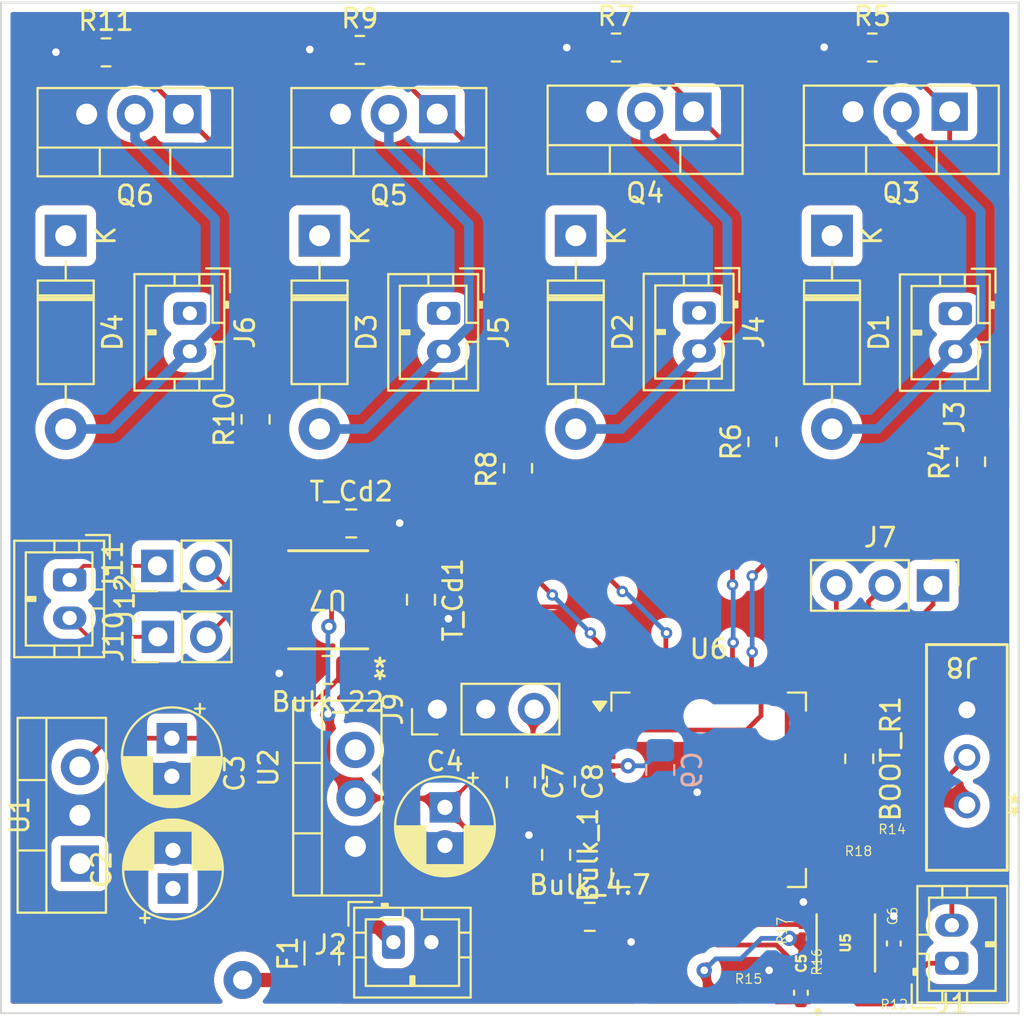
<source format=kicad_pcb>
(kicad_pcb (version 20241229) (generator "pcbnew") (generator_version "9.0")
  (layers (0 "F.Cu" signal) (4 "In1.Cu" signal) (6 "In2.Cu" signal) (2 "B.Cu" signal) (13 "F.Paste" user) (15 "B.Paste" user) (5 "F.SilkS" user "F.Silkscreen") (7 "B.SilkS" user "B.Silkscreen") (1 "F.Mask" user) (3 "B.Mask" user) (25 "Edge.Cuts" user))
  (net 0 "")
  (net 1 "GND")
  (net 2 "SLN1-")
  (net 3 "SLN2-")
  (net 4 "SLN3-")
  (net 5 "SLN4-")
  (net 6 "Net-(J8-Pin_2)")
  (net 7 "SDA")
  (net 8 "SCL")
  (net 9 "Net-(Q3-G)")
  (net 10 "Net-(Q4-G)")
  (net 11 "Net-(Q5-G)")
  (net 12 "Net-(Q6-G)")
  (net 13 "12V")
  (net 14 "S1CTRL")
  (net 15 "S2CTRL")
  (net 16 "S3CTRL")
  (net 17 "S4CTRL")
  (net 26 "SCL_ext")
  (net 27 "SDA_ext")
  (net 28 "Net-(U5-EN)")
  (net 29 "Net-(U5-READY)")
  (net 30 "/SWCLK")
  (net 31 "VBAT")
  (net 32 "+12V_fuse")
  (net 33 "/SWDIO")
  (net 34 "/NRST")
  (net 53 "FDCAN_TX")
  (net 62 "USART1+")
  (net 64 "FDCAN_RX")
  (net 77 "USART1-")
  (net 78 "5V")
  (net 79 "CAN+")
  (net 80 "CAN-")
  (net 81 "3.3V")
  (footprint "Resistor_SMD:R_0805_2012Metric_Pad1.20x1.40mm_HandSolder" (layer "F.Cu") (at 73.199887 66.355113 90)
    (property "Reference" "R8")
    (property "Value" "330")
  )
  (footprint "Fuse:Fuse_1206_3216Metric" (layer "F.Cu") (at 62.889887 91.845113 -90)
    (property "Reference" "F1")
    (property "Value" "10A")
  )
  (footprint "Capacitor_SMD:C_0201_0603Metric" (layer "F.Cu") (at 85.309887 94.245113)
    (property "Reference" "R15")
    (property "Value" "10k")
  )
  (footprint "Connector_PinHeader_2.54mm:PinHeader_1x02_P2.54mm_Vertical" (layer "F.Cu") (at 54.279887 75.215113 90)
    (property "Reference" "J10")
    (property "Value" "Conn_01x02")
  )
  (footprint "Resistor_SMD:R_0805_2012Metric_Pad1.20x1.40mm_HandSolder" (layer "F.Cu") (at 86.039887 64.965113 90)
    (property "Reference" "R6")
    (property "Value" "330")
  )
  (footprint "Package_QFP:LQFP-64_10x10mm_P0.5mm" (layer "F.Cu") (at 83.214887 83.255113)
    (property "Reference" "U6")
    (property "Value" "STM32G0B1RETx")
  )
  (footprint "Package_TO_SOT_THT:TO-220-3_Vertical" (layer "F.Cu") (at 55.616887 47.741113 180)
    (property "Reference" "Q6")
    (property "Value" "FQP30N06L")
  )
  (footprint "Connector_JST:JST_PH_B2B-PH-K_1x02_P2.00mm_Vertical" (layer "F.Cu") (at 96.171887 58.227113 -90)
    (property "Reference" "J3")
    (property "Value" "2X1")
  )
  (footprint "Connector_JST:JST_PH_B2B-PH-K_1x02_P2.00mm_Vertical" (layer "F.Cu") (at 69.289887 58.211113 -90)
    (property "Reference" "J5")
    (property "Value" "2X1")
  )
  (footprint "Capacitor_SMD:C_0201_0603Metric" (layer "F.Cu") (at 92.999887 93.785113 180)
    (property "Reference" "R12")
    (property "Value" "10k")
  )
  (footprint "custom_components:slide_switch_EGER1218_Thruster" (layer "F.Cu") (at 96.779887 84.055113 180)
    (property "Reference" "J8")
    (property "Value" "Conn_01x03")
  )
  (footprint "Connector_JST:JST_PH_B2B-PH-K_1x02_P2.00mm_Vertical" (layer "F.Cu") (at 55.954887 58.211113 -90)
    (property "Reference" "J6")
    (property "Value" "2X1")
  )
  (footprint "Capacitor_SMD:C_0805_2012Metric_Pad1.18x1.45mm_HandSolder" (layer "F.Cu") (at 68.099887 73.265113 -90)
    (property "Reference" "T_Cd1")
    (property "Value" "100nF")
  )
  (footprint "Connector_JST:JST_PH_B2B-PH-K_1x02_P2.00mm_Vertical" (layer "F.Cu") (at 49.639887 72.225113 -90)
    (property "Reference" "J12")
    (property "Value" "2X1")
  )
  (footprint "custom_components:SOIC8_4P9X3P9MC_MCH" (layer "F.Cu") (at 63.223687 73.270113 180)
    (property "Reference" "U7")
    (property "Value" "ATA6561-GAQW-N")
  )
  (footprint "Capacitor_SMD:C_0805_2012Metric_Pad1.18x1.45mm_HandSolder" (layer "F.Cu") (at 63.191187 76.955113 180)
    (property "Reference" "Bulk_22")
    (property "Value" "22uF")
  )
  (footprint "Package_TO_SOT_THT:TO-220-3_Vertical" (layer "F.Cu") (at 50.179887 87.135113 90)
    (property "Reference" "U1")
    (property "Value" "L7805")
  )
  (footprint "Capacitor_THT:CP_Radial_D5.0mm_P2.00mm" (layer "F.Cu") (at 55.069887 88.445113 90)
    (property "Reference" "C2")
    (property "Value" "10u")
  )
  (footprint "Capacitor_SMD:C_0201_0603Metric" (layer "F.Cu") (at 88.119887 90.660113 90)
    (property "Reference" "R17")
    (property "Value" "10k")
  )
  (footprint "Resistor_SMD:R_0805_2012Metric_Pad1.20x1.40mm_HandSolder" (layer "F.Cu") (at 97 66.015113 90)
    (property "Reference" "R4")
    (property "Value" "330")
  )
  (footprint "Capacitor_SMD:C_0805_2012Metric_Pad1.18x1.45mm_HandSolder" (layer "F.Cu") (at 75.199887 86.675113 -90)
    (property "Reference" "Bulk_1")
    (property "Value" "1uF")
  )
  (footprint "Resistor_SMD:R_0805_2012Metric_Pad1.20x1.40mm_HandSolder" (layer "F.Cu") (at 51.552887 44.495113)
    (property "Reference" "R11")
    (property "Value" "10k")
  )
  (footprint "Diode_THT:D_DO-41_SOD81_P10.16mm_Horizontal" (layer "F.Cu") (at 62.770887 54.131113 -90)
    (property "Reference" "D3")
    (property "Value" "1N47xxA")
  )
  (footprint "Resistor_SMD:R_0805_2012Metric_Pad1.20x1.40mm_HandSolder" (layer "F.Cu") (at 91.124887 81.625113 -90)
    (property "Reference" "BOOT_R1")
    (property "Value" "10k")
  )
  (footprint "Capacitor_SMD:C_0201_0603Metric" (layer "F.Cu") (at 92.849887 86.385113)
    (property "Reference" "R14")
    (property "Value" "10k")
  )
  (footprint "Capacitor_THT:CP_Radial_D5.0mm_P2.00mm" (layer "F.Cu") (at 69.359887 84.180001 -90)
    (property "Reference" "C4")
    (property "Value" "10u")
  )
  (footprint "Resistor_SMD:R_0805_2012Metric_Pad1.20x1.40mm_HandSolder" (layer "F.Cu") (at 78.349887 44.241113)
    (property "Reference" "R7")
    (property "Value" "10k")
  )
  (footprint "Resistor_SMD:R_0805_2012Metric_Pad1.20x1.40mm_HandSolder" (layer "F.Cu") (at 64.887887 44.368113)
    (property "Reference" "R9")
    (property "Value" "10k")
  )
  (footprint "Package_TO_SOT_THT:TO-220-3_Vertical" (layer "F.Cu") (at 82.413887 47.614113 180)
    (property "Reference" "Q4")
    (property "Value" "FQP30N06L")
  )
  (footprint "Package_TO_SOT_THT:TO-220-3_Vertical" (layer "F.Cu") (at 95.875887 47.614113 180)
    (property "Reference" "Q3")
    (property "Value" "FQP30N06L")
  )
  (footprint "Resistor_SMD:R_0805_2012Metric_Pad1.20x1.40mm_HandSolder" (layer "F.Cu") (at 91.811887 44.241113)
    (property "Reference" "R5")
    (property "Value" "10k")
  )
  (footprint "Capacitor_SMD:C_0805_2012Metric_Pad1.18x1.45mm_HandSolder" (layer "F.Cu") (at 64.437387 69.255113)
    (property "Reference" "T_Cd2")
    (property "Value" "100nF")
  )
  (footprint "Capacitor_THT:CP_Radial_D5.0mm_P2.00mm" (layer "F.Cu") (at 55.009887 80.545113 -90)
    (property "Reference" "C3")
    (property "Value" "10u")
  )
  (footprint "Capacitor_SMD:C_0805_2012Metric_Pad1.18x1.45mm_HandSolder" (layer "F.Cu") (at 73.35 82.865113 -90)
    (property "Reference" "C7")
    (property "Value" "100nF")
  )
  (footprint "Connector_JST:JST_PH_B2B-PH-K_1x02_P2.00mm_Vertical" (layer "F.Cu") (at 66.649887 91.265113)
    (property "Reference" "J2")
    (property "Value" "2X1")
  )
  (footprint "Diode_THT:D_DO-41_SOD81_P10.16mm_Horizontal" (layer "F.Cu") (at 49.435887 54.131113 -90)
    (property "Reference" "D4")
    (property "Value" "1N47xxA")
  )
  (footprint "TCA4307:SOP65P490X110-8N" (layer "F.Cu") (at 90.419887 91.305113 90)
    (property "Reference" "U5")
    (property "Value" "TCA4307")
  )
  (footprint "Capacitor_SMD:C_0805_2012Metric_Pad1.18x1.45mm_HandSolder" (layer "F.Cu") (at 75.45 82.827613 -90)
    (property "Reference" "C8")
    (property "Value" "100nF")
  )
  (footprint "Capacitor_SMD:C_0805_2012Metric_Pad1.18x1.45mm_HandSolder" (layer "F.Cu") (at 76.969887 89.935113)
    (property "Reference" "Bulk_4.7")
    (property "Value" "4.7uF")
  )
  (footprint "Capacitor_SMD:C_0402_1005Metric" (layer "F.Cu") (at 92.939887 91.335113 -90)
    (property "Reference" "C6")
    (property "Value" "0.1u")
  )
  (footprint "Connector_JST:JST_PH_B2B-PH-K_1x02_P2.00mm_Vertical" (layer "F.Cu") (at 95.989887 92.375113 90)
    (property "Reference" "J1")
    (property "Value" "2X1")
  )
  (footprint "Connector_JST:JST_PH_B2B-PH-K_1x02_P2.00mm_Vertical" (layer "F.Cu") (at 82.709887 58.195113 -90)
    (property "Reference" "J4")
    (property "Value" "2X1")
  )
  (footprint "Capacitor_SMD:C_0201_0603Metric" (layer "F.Cu") (at 91.084887 87.535113)
    (property "Reference" "R18")
    (property "Value" "10k")
  )
  (footprint "Capacitor_SMD:C_0402_1005Metric" (layer "F.Cu") (at 88.059887 93.925113 -90)
    (property "Reference" "C5")
    (property "Value" "0.1u")
  )
  (footprint "Capacitor_SMD:C_0201_0603Metric" (layer "F.Cu") (at 88.109887 92.240113 90)
    (property "Reference" "R16")
    (property "Value" "10k")
  )
  (footprint "Diode_THT:D_DO-41_SOD81_P10.16mm_Horizontal" (layer "F.Cu") (at 76.232887 54.131113 -90)
    (property "Reference" "D2")
    (property "Value" "1N47xxA")
  )
  (footprint "Connector_PinHeader_2.54mm:PinHeader_1x03_P2.54mm_Vertical" (layer "F.Cu") (at 95 72.515113 -90)
    (property "Reference" "J7")
    (property "Value" "Conn_01x03_Pin")
  )
  (footprint "Diode_THT:D_DO-41_SOD81_P10.16mm_Horizontal" (layer "F.Cu") (at 89.694887 54.131113 -90)
    (property "Reference" "D1")
    (property "Value" "1N47xxA")
  )
  (footprint "Package_TO_SOT_THT:TO-220-3_Vertical" (layer "F.Cu") (at 64.654887 86.235113 90)
    (property "Reference" "U2")
    (property "Value" "LD1117V33")
  )
  (footprint "Connector_PinHeader_2.54mm:PinHeader_1x03_P2.54mm_Vertical" (layer "F.Cu") (at 68.96 79.015113 90)
    (property "Reference" "J9")
    (property "Value" "Conn_01x03_Pin")
  )
  (footprint "Connector_PinHeader_2.54mm:PinHeader_1x02_P2.54mm_Vertical" (layer "F.Cu") (at 54.249887 71.485113 90)
    (property "Reference" "J11")
    (property "Value" "Conn_01x02")
  )
  (footprint "Resistor_SMD:R_0805_2012Metric_Pad1.20x1.40mm_HandSolder" (layer "F.Cu") (at 59.409887 63.785113 90)
    (property "Reference" "R10")
    (property "Value" "330")
  )
  (footprint "Package_TO_SOT_THT:TO-220-3_Vertical" (layer "F.Cu") (at 68.951887 47.741113 180)
    (property "Reference" "Q5")
    (property "Value" "FQP30N06L")
  )
  (footprint "Capacitor_SMD:C_0805_2012Metric_Pad1.18x1.45mm_HandSolder" (layer "B.Cu") (at 80.669887 82.215113 90)
    (property "Reference" "C9")
    (property "Value" "100nF")
  )
  (gr_rect (start 46.033 41.875) (end 99.5 95) (stroke (width 0.1)) (fill no) (layer "Edge.Cuts"))
  (segment (start 63.887887 44.368113) (end 63.871887 44.384113) (width 0.25) (layer "F.Cu") (net 1))
  (segment (start 50.552887 44.495113) (end 48.929887 44.495113) (width 0.25) (layer "F.Cu") (net 1))
  (segment (start 69.502387 74.302613) (end 69.539887 74.265113) (width 0.25) (layer "F.Cu") (net 1))
  (segment (start 73.769887 85.637613) (end 75.199887 85.637613) (width 0.25) (layer "F.Cu") (net 1))
  (segment (start 66.959887 69.255113) (end 66.979887 69.235113) (width 0.25) (layer "F.Cu") (net 1))
  (segment (start 77.349887 44.241113) (end 77.333887 44.257113) (width 0.25) (layer "F.Cu") (net 1))
  (segment (start 75.763887 44.241113) (end 75.759887 44.245113) (width 0.25) (layer "F.Cu") (net 1))
  (segment (start 63.887887 44.368113) (end 62.282887 44.368113) (width 0.25) (layer "F.Cu") (net 1))
  (segment (start 77.539887 83.505113) (end 75.81 83.505113) (width 0.2) (layer "F.Cu") (net 1))
  (segment (start 89.295887 44.241113) (end 89.279887 44.225113) (width 0.25) (layer "F.Cu") (net 1))
  (segment (start 50.536887 44.511113) (end 50.536887 47.741113) (width 0.25) (layer "F.Cu") (net 1))
  (segment (start 62.153687 76.955113) (end 60.829887 76.955113) (width 0.25) (layer "F.Cu") (net 1))
  (segment (start 60.759887 75.561313) (end 62.153687 76.955113) (width 0.25) (layer "F.Cu") (net 1))
  (segment (start 75.199887 83.502613) (end 75.399887 83.302613) (width 0.25) (layer "F.Cu") (net 1))
  (segment (start 90.811887 44.241113) (end 90.795887 44.257113) (width 0.25) (layer "F.Cu") (net 1))
  (segment (start 88.059887 93.445113) (end 87.359887 92.745113) (width 0.25) (layer "F.Cu") (net 1))
  (segment (start 67.702387 73.905113) (end 68.099887 74.302613) (width 0.25) (layer "F.Cu") (net 1))
  (segment (start 50.552887 44.495113) (end 50.536887 44.511113) (width 0.25) (layer "F.Cu") (net 1))
  (segment (start 63.871887 44.384113) (end 63.871887 47.741113) (width 0.25) (layer "F.Cu") (net 1))
  (segment (start 75.81 83.505113) (end 75.45 83.865113) (width 0.2) (layer "F.Cu") (net 1))
  (segment (start 78.007387 90.122613) (end 78.007387 89.935113) (width 0.25) (layer "F.Cu") (net 1))
  (segment (start 68.099887 74.302613) (end 69.502387 74.302613) (width 0.25) (layer "F.Cu") (net 1))
  (segment (start 75.399887 83.302613) (end 75.602387 83.505113) (width 0.25) (layer "F.Cu") (net 1))
  (segment (start 75.45 83.865113) (end 73.3875 83.865113) (width 0.2) (layer "F.Cu") (net 1))
  (segment (start 90.795887 44.257113) (end 90.795887 47.614113) (width 0.25) (layer "F.Cu") (net 1))
  (segment (start 75.364887 83.337613) (end 75.399887 83.302613) (width 0.25) (layer "F.Cu") (net 1))
  (segment (start 60.759887 75.175113) (end 60.759887 75.561313) (width 0.25) (layer "F.Cu") (net 1))
  (segment (start 90.811887 44.241113) (end 89.295887 44.241113) (width 0.25) (layer "F.Cu") (net 1))
  (segment (start 79.139887 91.255113) (end 78.007387 90.122613) (width 0.25) (layer "F.Cu") (net 1))
  (segment (start 65.474887 69.255113) (end 66.959887 69.255113) (width 0.25) (layer "F.Cu") (net 1))
  (segment (start 75.199887 85.637613) (end 75.199887 83.502613) (width 0.25) (layer "F.Cu") (net 1))
  (segment (start 77.349887 44.241113) (end 75.763887 44.241113) (width 0.25) (layer "F.Cu") (net 1))
  (segment (start 48.929887 44.495113) (end 48.919887 44.485113) (width 0.25) (layer "F.Cu") (net 1))
  (segment (start 87.359887 92.745113) (end 86.389887 92.745113) (width 0.25) (layer "F.Cu") (net 1))
  (segment (start 92.939887 89.895113) (end 92.939887 90.855113) (width 0.25) (layer "F.Cu") (net 1))
  (segment (start 75.434887 85.167613) (end 74.812387 85.167613) (width 0.25) (layer "F.Cu") (net 1))
  (segment (start 65.687487 73.905113) (end 67.702387 73.905113) (width 0.25) (layer "F.Cu") (net 1))
  (segment (start 88.189887 89.155113) (end 89.444887 89.155113) (width 0.25) (layer "F.Cu") (net 1))
  (segment (start 62.282887 44.368113) (end 62.259887 44.345113) (width 0.25) (layer "F.Cu") (net 1))
  (segment (start 60.829887 76.955113) (end 60.649887 77.135113) (width 0.25) (layer "F.Cu") (net 1))
  (segment (start 73.3875 83.865113) (end 73.35 83.902613) (width 0.2) (layer "F.Cu") (net 1))
  (segment (start 77.333887 44.257113) (end 77.333887 47.614113) (width 0.25) (layer "F.Cu") (net 1))
  (via (at 62.259887 44.345113) (size 0.8) (drill 0.4) (layers "F.Cu" "B.Cu") (net 1))
  (via (at 48.919887 44.485113) (size 0.8) (drill 0.4) (layers "F.Cu" "B.Cu") (net 1))
  (via (at 88.189887 89.155113) (size 0.8) (drill 0.4) (layers "F.Cu" "B.Cu") (net 1))
  (via (at 89.279887 44.225113) (size 0.8) (drill 0.4) (layers "F.Cu" "B.Cu") (net 1))
  (via (at 66.979887 69.235113) (size 0.8) (drill 0.4) (layers "F.Cu" "B.Cu") (net 1))
  (via (at 75.759887 44.245113) (size 0.8) (drill 0.4) (layers "F.Cu" "B.Cu") (net 1))
  (via (at 73.769887 85.637613) (size 0.8) (drill 0.4) (layers "F.Cu" "B.Cu") (net 1))
  (via (at 92.939887 89.895113) (size 0.8) (drill 0.4) (layers "F.Cu" "B.Cu") (net 1))
  (via (at 79.139887 91.255113) (size 0.8) (drill 0.4) (layers "F.Cu" "B.Cu") (net 1))
  (via (at 69.539887 74.265113) (size 0.8) (drill 0.4) (layers "F.Cu" "B.Cu") (net 1))
  (via (at 60.649887 77.135113) (size 0.8) (drill 0.4) (layers "F.Cu" "B.Cu") (net 1))
  (via (at 82.609887 83.385113) (size 0.8) (drill 0.4) (layers "F.Cu" "B.Cu") (net 1))
  (via (at 86.389887 92.745113) (size 0.8) (drill 0.4) (layers "F.Cu" "B.Cu") (net 1))
  (segment (start 82.609887 83.385113) (end 80.802387 83.385113) (width 0.25) (layer "B.Cu") (net 1))
  (segment (start 64.575 85.309) (end 64.575 85.309) (width 0.25) (layer "B.Cu") (net 1))
  (segment (start 64.702 85.436) (end 64.575 85.309) (width 0.25) (layer "B.Cu") (net 1))
  (segment (start 80.802387 83.385113) (end 80.669887 83.252613) (width 0.25) (layer "B.Cu") (net 1))
  (segment (start 96.171887 60.227113) (end 96.145887 60.227113) (width 0.5) (layer "F.Cu") (net 2))
  (segment (start 93.335887 47.614113) (end 93.335887 48.686113) (width 0.5) (layer "F.Cu") (net 2))
  (segment (start 92.081887 64.291113) (end 89.694887 64.291113) (width 0.5) (layer "B.Cu") (net 2))
  (segment (start 97.496887 58.902113) (end 96.171887 60.227113) (width 0.5) (layer "B.Cu") (net 2))
  (segment (start 96.145887 60.227113) (end 92.081887 64.291113) (width 0.5) (layer "B.Cu") (net 2))
  (segment (start 93.335887 48.686113) (end 97.496887 52.847113) (width 0.5) (layer "B.Cu") (net 2))
  (segment (start 97.496887 52.847113) (end 97.496887 58.902113) (width 0.5) (layer "B.Cu") (net 2))
  (segment (start 82.709887 60.195113) (end 82.709887 60.201113) (width 0.5) (layer "F.Cu") (net 3))
  (segment (start 82.709887 60.201113) (end 78.619887 64.291113) (width 0.5) (layer "B.Cu") (net 3))
  (segment (start 84.191887 58.713113) (end 82.709887 60.195113) (width 0.5) (layer "B.Cu") (net 3))
  (segment (start 78.619887 64.291113) (end 76.232887 64.291113) (width 0.5) (layer "B.Cu") (net 3))
  (segment (start 84.191887 53.337113) (end 84.191887 58.713113) (width 0.5) (layer "B.Cu") (net 3))
  (segment (start 83.143 60.036) (end 83.159 60.02) (width 0.5) (layer "B.Cu") (net 3))
  (segment (start 83.159 60.02) (end 83.191 60.052) (width 0.5) (layer "B.Cu") (net 3))
  (segment (start 79.873887 47.614113) (end 79.873887 49.019113) (width 0.5) (layer "B.Cu") (net 3))
  (segment (start 79.873887 49.019113) (end 84.191887 53.337113) (width 0.5) (layer "B.Cu") (net 3))
  (segment (start 69.289887 60.211113) (end 69.237887 60.211113) (width 0.5) (layer "F.Cu") (net 4))
  (segment (start 70.614887 58.886113) (end 69.289887 60.211113) (width 0.5) (layer "B.Cu") (net 4))
  (segment (start 66.411887 49.321113) (end 70.614887 53.524113) (width 0.5) (layer "B.Cu") (net 4))
  (segment (start 66.411887 47.741113) (end 66.411887 49.321113) (width 0.5) (layer "B.Cu") (net 4))
  (segment (start 65.157887 64.291113) (end 62.770887 64.291113) (width 0.5) (layer "B.Cu") (net 4))
  (segment (start 69.237887 60.211113) (end 65.157887 64.291113) (width 0.5) (layer "B.Cu") (net 4))
  (segment (start 70.614887 53.524113) (end 70.614887 58.886113) (width 0.5) (layer "B.Cu") (net 4))
  (segment (start 55.954887 60.211113) (end 55.902887 60.211113) (width 0.5) (layer "F.Cu") (net 5))
  (segment (start 55.902887 60.211113) (end 51.822887 64.291113) (width 0.5) (layer "B.Cu") (net 5))
  (segment (start 57.279887 53.270113) (end 57.279887 58.886113) (width 0.5) (layer "B.Cu") (net 5))
  (segment (start 51.822887 64.291113) (end 49.435887 64.291113) (width 0.5) (layer "B.Cu") (net 5))
  (segment (start 53.076887 47.741113) (end 53.076887 49.067113) (width 0.5) (layer "B.Cu") (net 5))
  (segment (start 57.279887 58.886113) (end 55.954887 60.211113) (width 0.5) (layer "B.Cu") (net 5))
  (segment (start 53.076887 49.067113) (end 57.279887 53.270113) (width 0.5) (layer "B.Cu") (net 5))
  (segment (start 91.124887 82.625113) (end 95.709887 82.625113) (width 0.25) (layer "F.Cu") (net 6))
  (segment (start 95.709887 82.625113) (end 96.779887 81.555113) (width 0.25) (layer "F.Cu") (net 6))
  (segment (start 86.769661 91.415113) (end 83.672077 91.415113) (width 0.25) (layer "F.Cu") (net 7))
  (segment (start 89.717527 92.305113) (end 88.560113 92.305113) (width 0.25) (layer "F.Cu") (net 7))
  (segment (start 88.305113 92.560113) (end 88.109887 92.560113) (width 0.25) (layer "F.Cu") (net 7))
  (segment (start 83.672077 91.415113) (end 82.464887 90.207923) (width 0.25) (layer "F.Cu") (net 7))
  (segment (start 88.109887 92.560113) (end 87.914661 92.560113) (width 0.25) (layer "F.Cu") (net 7))
  (segment (start 87.914661 92.560113) (end 86.769661 91.415113) (width 0.25) (layer "F.Cu") (net 7))
  (segment (start 90.094887 92.682473) (end 89.717527 92.305113) (width 0.25) (layer "F.Cu") (net 7))
  (segment (start 88.560113 92.305113) (end 88.305113 92.560113) (width 0.25) (layer "F.Cu") (net 7))
  (segment (start 82.464887 90.207923) (end 82.464887 88.930113) (width 0.25) (layer "F.Cu") (net 7))
  (segment (start 90.094887 93.455113) (end 90.094887 92.682473) (width 0.25) (layer "F.Cu") (net 7))
  (segment (start 83.399887 90.340113) (end 82.964887 89.905113) (width 0.25) (layer "F.Cu") (net 8))
  (segment (start 82.964887 89.905113) (end 82.964887 88.930113) (width 0.25) (layer "F.Cu") (net 8))
  (segment (start 90.094887 89.155113) (end 90.094887 89.927753) (width 0.25) (layer "F.Cu") (net 8))
  (segment (start 89.682527 90.340113) (end 88.119887 90.340113) (width 0.25) (layer "F.Cu") (net 8))
  (segment (start 90.094887 89.927753) (end 89.682527 90.340113) (width 0.25) (layer "F.Cu") (net 8))
  (segment (start 88.119887 90.340113) (end 83.399887 90.340113) (width 0.25) (layer "F.Cu") (net 8))
  (segment (start 98.574944 51.940169) (end 95.875887 49.241113) (width 0.25) (layer "F.Cu") (net 9))
  (segment (start 98.574944 51.940169) (end 98.874 52.239225) (width 0.25) (layer "F.Cu") (net 9))
  (segment (start 92.811887 44.550113) (end 95.875887 47.614113) (width 0.25) (layer "F.Cu") (net 9))
  (segment (start 98.874 52.239225) (end 98.874 63.141113) (width 0.25) (layer "F.Cu") (net 9))
  (segment (start 95.875887 49.241113) (end 95.875887 47.614113) (width 0.25) (layer "F.Cu") (net 9))
  (segment (start 98.874 63.141113) (end 97 65.015113) (width 0.25) (layer "F.Cu") (net 9))
  (segment (start 92.811887 44.241113) (end 92.811887 44.550113) (width 0.25) (layer "F.Cu") (net 9))
  (segment (start 98.649887 52.015113) (end 98.574944 51.940169) (width 0.25) (layer "F.Cu") (net 9))
  (segment (start 86.039887 51.240113) (end 86.039887 63.965113) (width 0.25) (layer "F.Cu") (net 10))
  (segment (start 82.413887 47.614113) (end 86.039887 51.240113) (width 0.25) (layer "F.Cu") (net 10))
  (segment (start 82.413887 47.305113) (end 82.413887 47.614113) (width 0.25) (layer "F.Cu") (net 10))
  (segment (start 79.349887 44.241113) (end 82.413887 47.305113) (width 0.25) (layer "F.Cu") (net 10))
  (segment (start 73.199887 51.989113) (end 68.951887 47.741113) (width 0.25) (layer "F.Cu") (net 11))
  (segment (start 73.199887 65.355113) (end 73.199887 51.989113) (width 0.25) (layer "F.Cu") (net 11))
  (segment (start 65.887887 44.368113) (end 65.887887 44.677113) (width 0.25) (layer "F.Cu") (net 11))
  (segment (start 65.887887 44.677113) (end 68.951887 47.741113) (width 0.25) (layer "F.Cu") (net 11))
  (segment (start 52.552887 44.677113) (end 55.616887 47.741113) (width 0.25) (layer "F.Cu") (net 12))
  (segment (start 52.552887 44.495113) (end 52.552887 44.677113) (width 0.25) (layer "F.Cu") (net 12))
  (segment (start 59.409887 51.534113) (end 55.616887 47.741113) (width 0.25) (layer "F.Cu") (net 12))
  (segment (start 59.409887 62.785113) (end 59.409887 51.534113) (width 0.25) (layer "F.Cu") (net 12))
  (segment (start 60.609887 93.255113) (end 58.729887 93.255113) (width 0.75) (layer "F.Cu") (net 13))
  (segment (start 60.619887 93.245113) (end 60.609887 93.255113) (width 0.25) (layer "F.Cu") (net 13))
  (segment (start 62.889887 93.245113) (end 60.619887 93.245113) (width 0.75) (layer "F.Cu") (net 13))
  (via (at 58.729887 93.255113) (size 2) (drill 1) (layers "F.Cu" "B.Cu") (net 13))
  (segment (start 85.464887 76.050112) (end 85.464887 77.580113) (width 0.25) (layer "F.Cu") (net 14))
  (segment (start 85.499943 72.015056) (end 90.329887 67.185113) (width 0.25) (layer "F.Cu") (net 14))
  (segment (start 90.329887 67.185113) (end 94.759887 67.245113) (width 0.25) (layer "F.Cu") (net 14))
  (segment (start 85.499943 76.015056) (end 85.464887 76.050112) (width 0.25) (layer "F.Cu") (net 14))
  (segment (start 85.464887 72.050113) (end 85.499943 72.015056) (width 0.25) (layer "F.Cu") (net 14))
  (segment (start 97 67.015113) (end 94.989887 67.015113) (width 0.2) (layer "F.Cu") (net 14))
  (segment (start 94.989887 67.015113) (end 94.759887 67.245113) (width 0.2) (layer "F.Cu") (net 14))
  (via (at 85.499943 72.015056) (size 0.6) (drill 0.3) (layers "F.Cu" "B.Cu") (net 14))
  (via (at 85.499943 76.015056) (size 0.6) (drill 0.3) (layers "F.Cu" "B.Cu") (net 14))
  (segment (start 85.499943 72.015056) (end 85.499943 76.015056) (width 0.25) (layer "B.Cu") (net 14))
  (segment (start 84.464887 67.540113) (end 84.464887 72.48) (width 0.25) (layer "F.Cu") (net 15))
  (segment (start 84.464887 75.550226) (end 84.464887 77.580113) (width 0.25) (layer "F.Cu") (net 15))
  (segment (start 84.464887 67.540113) (end 86.039887 65.965113) (width 0.25) (layer "F.Cu") (net 15))
  (segment (start 84.5 75.515113) (end 84.464887 75.550226) (width 0.25) (layer "F.Cu") (net 15))
  (via (at 84.464887 72.48) (size 0.6) (drill 0.3) (layers "F.Cu" "B.Cu") (net 15))
  (via (at 84.5 75.515113) (size 0.6) (drill 0.3) (layers "F.Cu" "B.Cu") (net 15))
  (segment (start 84.5 72.515113) (end 84.5 75.515113) (width 0.25) (layer "B.Cu") (net 15))
  (segment (start 84.464887 72.48) (end 84.5 72.515113) (width 0.25) (layer "B.Cu") (net 15))
  (segment (start 80.964887 75.050226) (end 80.964887 77.580113) (width 0.25) (layer "F.Cu") (net 16))
  (segment (start 73.199887 67.355113) (end 78.679943 72.83517) (width 0.25) (layer "F.Cu") (net 16))
  (segment (start 81 75.015113) (end 80.964887 75.050226) (width 0.25) (layer "F.Cu") (net 16))
  (via (at 81 75.015113) (size 0.6) (drill 0.3) (layers "F.Cu" "B.Cu") (net 16))
  (via (at 78.679943 72.83517) (size 0.6) (drill 0.3) (layers "F.Cu" "B.Cu") (net 16))
  (segment (start 78.820057 72.83517) (end 81 75.015113) (width 0.25) (layer "B.Cu") (net 16))
  (segment (start 78.679943 72.83517) (end 78.820057 72.83517) (width 0.25) (layer "B.Cu") (net 16))
  (segment (start 61.469887 66.845113) (end 68.769887 66.845113) (width 0.25) (layer "F.Cu") (net 17))
  (segment (start 68.769887 66.885113) (end 68.87 66.885113) (width 0.25) (layer "F.Cu") (net 17))
  (segment (start 77 75.015113) (end 77 75.115226) (width 0.25) (layer "F.Cu") (net 17))
  (segment (start 59.409887 64.785113) (end 61.469887 66.845113) (width 0.25) (layer "F.Cu") (net 17))
  (segment (start 68.87 66.885113) (end 75 73.015113) (width 0.25) (layer "F.Cu") (net 17))
  (segment (start 77 75.115226) (end 79.464887 77.580113) (width 0.25) (layer "F.Cu") (net 17))
  (segment (start 68.769887 66.845113) (end 68.769887 66.885113) (width 0.25) (layer "F.Cu") (net 17))
  (segment (start 79.488887 77.564113) (end 79.488887 77.715113) (width 0.25) (layer "F.Cu") (net 17))
  (via (at 75 73.015113) (size 0.6) (drill 0.3) (layers "F.Cu" "B.Cu") (net 17))
  (via (at 77 75.015113) (size 0.6) (drill 0.3) (layers "F.Cu" "B.Cu") (net 17))
  (segment (start 75 73.015113) (end 77 75.015113) (width 0.25) (layer "B.Cu") (net 17))
  (segment (start 91.960887 89.729114) (end 93.169887 88.520114) (width 0.25) (layer "F.Cu") (net 26))
  (segment (start 91.052247 90.235113) (end 90.744887 89.927753) (width 0.25) (layer "F.Cu") (net 26))
  (segment (start 93.169887 88.520114) (end 93.169887 86.385113) (width 0.25) (layer "F.Cu") (net 26))
  (segment (start 91.960887 90.011753) (end 91.737527 90.235113) (width 0.25) (layer "F.Cu") (net 26))
  (segment (start 90.744887 89.155113) (end 90.744887 88.382473) (width 0.25) (layer "F.Cu") (net 26))
  (segment (start 91.737527 90.235113) (end 91.052247 90.235113) (width 0.25) (layer "F.Cu") (net 26))
  (segment (start 91.960887 89.729114) (end 91.960887 90.011753) (width 0.25) (layer "F.Cu") (net 26))
  (segment (start 95.989887 89.205113) (end 93.169887 86.385113) (width 0.25) (layer "F.Cu") (net 26))
  (segment (start 90.744887 89.927753) (end 90.744887 89.155113) (width 0.25) (layer "F.Cu") (net 26))
  (segment (start 95.989887 90.375113) (end 95.989887 89.205113) (width 0.25) (layer "F.Cu") (net 26))
  (segment (start 92.788886 94.516113) (end 91.033247 94.516113) (width 0.25) (layer "F.Cu") (net 27))
  (segment (start 95.719887 92.425113) (end 95.779887 92.365113) (width 0.25) (layer "F.Cu") (net 27))
  (segment (start 90.744887 94.227753) (end 90.744887 93.455113) (width 0.25) (layer "F.Cu") (net 27))
  (segment (start 95.989887 92.375113) (end 94.729887 92.375113) (width 0.25) (layer "F.Cu") (net 27))
  (segment (start 94.729887 92.375113) (end 93.319887 93.785113) (width 0.25) (layer "F.Cu") (net 27))
  (segment (start 91.033247 94.516113) (end 90.744887 94.227753) (width 0.25) (layer "F.Cu") (net 27))
  (segment (start 93.319887 93.985112) (end 92.788886 94.516113) (width 0.25) (layer "F.Cu") (net 27))
  (segment (start 93.319887 93.785113) (end 93.319887 93.985112) (width 0.25) (layer "F.Cu") (net 27))
  (segment (start 88.059887 94.405113) (end 86.779887 94.405113) (width 0.25) (layer "F.Cu") (net 28))
  (segment (start 86.779887 94.405113) (end 86.619887 94.245113) (width 0.25) (layer "F.Cu") (net 28))
  (segment (start 88.494887 94.405113) (end 89.444887 93.455113) (width 0.25) (layer "F.Cu") (net 28))
  (segment (start 88.059887 94.405113) (end 88.494887 94.405113) (width 0.25) (layer "F.Cu") (net 28))
  (segment (start 86.619887 94.245113) (end 85.629887 94.245113) (width 0.25) (layer "F.Cu") (net 28))
  (segment (start 91.404887 87.535113) (end 91.404887 89.145113) (width 0.25) (layer "F.Cu") (net 29))
  (segment (start 91.404887 89.145113) (end 91.394887 89.155113) (width 0.25) (layer "F.Cu") (net 29))
  (segment (start 91.124887 80.625113) (end 91.004887 80.505113) (width 0.25) (layer "F.Cu") (net 30))
  (segment (start 93.5 78.25) (end 93.5 75.015113) (width 0.25) (layer "F.Cu") (net 30))
  (segment (start 93.5 75.015113) (end 95 73.515113) (width 0.25) (layer "F.Cu") (net 30))
  (segment (start 95 73.515113) (end 95 72.515113) (width 0.25) (layer "F.Cu") (net 30))
  (segment (start 91.124887 80.625113) (end 93.5 78.25) (width 0.25) (layer "F.Cu") (net 30))
  (segment (start 91.004887 80.505113) (end 88.889887 80.505113) (width 0.25) (layer "F.Cu") (net 30))
  (segment (start 78.394065 81.995113) (end 78.384065 82.005113) (width 0.25) (layer "F.Cu") (net 31))
  (segment (start 78.384065 82.005113) (end 77.539887 82.005113) (width 0.25) (layer "F.Cu") (net 31))
  (segment (start 78.979887 81.995113) (end 78.394065 81.995113) (width 0.25) (layer "F.Cu") (net 31))
  (via (at 78.979887 81.995113) (size 0.8) (drill 0.4) (layers "F.Cu" "B.Cu") (net 31))
  (segment (start 78.979887 81.995113) (end 79.852387 81.995113) (width 0.25) (layer "B.Cu") (net 31))
  (segment (start 80.694887 80.855113) (end 80.699887 80.850113) (width 0.25) (layer "B.Cu") (net 31))
  (segment (start 79.852387 81.995113) (end 80.669887 81.177613) (width 0.25) (layer "B.Cu") (net 31))
  (segment (start 65.829887 90.445113) (end 62.889887 90.445113) (width 0.75) (layer "F.Cu") (net 32))
  (segment (start 66.649887 91.265113) (end 65.829887 90.445113) (width 0.75) (layer "F.Cu") (net 32))
  (segment (start 91.61 73.365113) (end 92.46 72.515113) (width 0.25) (layer "F.Cu") (net 33))
  (segment (start 87.788887 78.864036) (end 91.61 75.042923) (width 0.25) (layer "F.Cu") (net 33))
  (segment (start 88.045709 81.005113) (end 88.889887 81.005113) (width 0.25) (layer "F.Cu") (net 33))
  (segment (start 87.788887 80.748291) (end 87.788887 78.864036) (width 0.25) (layer "F.Cu") (net 33))
  (segment (start 91.61 75.042923) (end 91.61 73.365113) (width 0.25) (layer "F.Cu") (net 33))
  (segment (start 87.788887 80.748291) (end 88.045709 81.005113) (width 0.25) (layer "F.Cu") (net 33))
  (segment (start 89.92 75.095113) (end 89.92 74.515113) (width 0.25) (layer "F.Cu") (net 34))
  (segment (start 77.539887 85.005113) (end 83.199887 85.005113) (width 0.25) (layer "F.Cu") (net 34))
  (segment (start 87.337887 79.015113) (end 87.337887 78.619303) (width 0.25) (layer "F.Cu") (net 34))
  (segment (start 87.337887 80.867113) (end 87.337887 79.015113) (width 0.25) (layer "F.Cu") (net 34))
  (segment (start 88 78.015113) (end 88 77.015113) (width 0.25) (layer "F.Cu") (net 34))
  (segment (start 87.337887 79.015113) (end 87.337887 78.677226) (width 0.25) (layer "F.Cu") (net 34))
  (segment (start 87.337887 78.677226) (end 88 78.015113) (width 0.25) (layer "F.Cu") (net 34))
  (segment (start 88 77.015113) (end 89.92 75.095113) (width 0.25) (layer "F.Cu") (net 34))
  (segment (start 83.199887 85.005113) (end 87.337887 80.867113) (width 0.25) (layer "F.Cu") (net 34))
  (segment (start 89.92 74.515113) (end 89.92 72.515113) (width 0.25) (layer "F.Cu") (net 34))
  (segment (start 85.209887 80.115113) (end 85 80.115113) (width 0.25) (layer "F.Cu") (net 53))
  (segment (start 67 76.515113) (end 75.899886 76.515113) (width 0.2) (layer "F.Cu") (net 53))
  (segment (start 79.499887 80.115113) (end 75.949943 76.56517) (width 0.25) (layer "F.Cu") (net 53))
  (segment (start 85.964887 79.360113) (end 85.209887 80.115113) (width 0.25) (layer "F.Cu") (net 53))
  (segment (start 85 80.115113) (end 79.499887 80.115113) (width 0.25) (layer "F.Cu") (net 53))
  (segment (start 65.687487 75.2026) (end 67 76.515113) (width 0.2) (layer "F.Cu") (net 53))
  (segment (start 85.964887 77.580113) (end 85.964887 79.360113) (width 0.25) (layer "F.Cu") (net 53))
  (segment (start 65.687487 75.175113) (end 65.687487 75.2026) (width 0.2) (layer "F.Cu") (net 53))
  (segment (start 75.899886 76.515113) (end 75.949943 76.56517) (width 0.2) (layer "F.Cu") (net 53))
  (segment (start 85.126 73.641113) (end 86.464887 74.98) (width 0.25) (layer "F.Cu") (net 64))
  (segment (start 86.464887 74.98) (end 86.464887 77.580113) (width 0.25) (layer "F.Cu") (net 64))
  (segment (start 66.027487 71.025113) (end 69.51 71.025113) (width 0.25) (layer "F.Cu") (net 64))
  (segment (start 72.126 73.641113) (end 85.126 73.641113) (width 0.25) (layer "F.Cu") (net 64))
  (segment (start 65.687487 71.365113) (end 66.027487 71.025113) (width 0.25) (layer "F.Cu") (net 64))
  (segment (start 69.51 71.025113) (end 72.126 73.641113) (width 0.25) (layer "F.Cu") (net 64))
  (segment (start 64.228687 76.955113) (end 64.228687 73.387914) (width 0.25) (layer "F.Cu") (net 78))
  (segment (start 51.689887 80.545113) (end 50.179887 82.055113) (width 0.25) (layer "F.Cu") (net 78))
  (segment (start 60.638687 80.545113) (end 64.228687 76.955113) (width 0.25) (layer "F.Cu") (net 78))
  (segment (start 68.099887 72.227613) (end 66.094987 72.227613) (width 0.25) (layer "F.Cu") (net 78))
  (segment (start 66.094987 72.227613) (end 65.687487 72.635113) (width 0.25) (layer "F.Cu") (net 78))
  (segment (start 55.009887 80.545113) (end 60.638687 80.545113) (width 0.25) (layer "F.Cu") (net 78))
  (segment (start 64.981488 72.635113) (end 65.687487 72.635113) (width 0.25) (layer "F.Cu") (net 78))
  (segment (start 55.009887 80.545113) (end 51.689887 80.545113) (width 0.25) (layer "F.Cu") (net 78))
  (segment (start 64.228687 73.387914) (end 64.981488 72.635113) (width 0.25) (layer "F.Cu") (net 78))
  (segment (start 50.629887 75.215113) (end 49.639887 74.225113) (width 0.2) (layer "F.Cu") (net 79))
  (segment (start 56.819887 75.215113) (end 58.129887 73.905113) (width 0.2) (layer "F.Cu") (net 79))
  (segment (start 54.279887 75.215113) (end 50.629887 75.215113) (width 0.2) (layer "F.Cu") (net 79))
  (segment (start 58.129887 73.905113) (end 60.759887 73.905113) (width 0.2) (layer "F.Cu") (net 79))
  (segment (start 50.379887 71.485113) (end 49.639887 72.225113) (width 0.2) (layer "F.Cu") (net 80))
  (segment (start 54.249887 71.485113) (end 50.379887 71.485113) (width 0.2) (layer "F.Cu") (net 80))
  (segment (start 57.939887 72.635113) (end 60.759887 72.635113) (width 0.2) (layer "F.Cu") (net 80))
  (segment (start 56.789887 71.485113) (end 57.939887 72.635113) (width 0.2) (layer "F.Cu") (net 80))
  (segment (start 91.394887 93.455113) (end 92.349887 93.455113) (width 0.25) (layer "F.Cu") (net 81))
  (segment (start 76.165 82.505113) (end 75.45 81.790113) (width 0.25) (layer "F.Cu") (net 81))
  (segment (start 73.979887 78.395113) (end 73.979887 81.197726) (width 0.25) (layer "F.Cu") (net 81))
  (segment (start 75.199887 87.712613) (end 75.199887 89.202613) (width 0.25) (layer "F.Cu") (net 81))
  (segment (start 90.587387 87.712613) (end 90.764887 87.535113) (width 0.25) (layer "F.Cu") (net 81))
  (segment (start 80.242387 94.245113) (end 84.079887 94.245113) (width 0.25) (layer "F.Cu") (net 81))
  (segment (start 77.539887 82.505113) (end 76.165 82.505113) (width 0.25) (layer "F.Cu") (net 81))
  (segment (start 75.932387 89.935113) (end 80.242387 94.245113) (width 0.25) (layer "F.Cu") (net 81))
  (segment (start 92.349887 93.455113) (end 92.679887 93.785113) (width 0.25) (layer "F.Cu") (net 81))
  (segment (start 77.539887 82.505113) (end 77.539887 83.005113) (width 0.25) (layer "F.Cu") (net 81))
  (segment (start 88.109887 90.990113) (end 88.119887 90.980113) (width 0.25) (layer "F.Cu") (net 81))
  (segment (start 64.654887 83.695113) (end 68.874999 83.695113) (width 0.25) (layer "F.Cu") (net 81))
  (segment (start 92.679887 93.785113) (end 92.679887 92.075113) (width 0.25) (layer "F.Cu") (net 81))
  (segment (start 88.119887 90.980113) (end 87.529965 90.980113) (width 0.25) (layer "F.Cu") (net 81))
  (segment (start 92.529887 86.185114) (end 94.659888 84.055113) (width 0.25) (layer "F.Cu") (net 81))
  (segment (start 87.529965 90.980113) (end 87.444965 91.065113) (width 0.25) (layer "F.Cu") (net 81))
  (segment (start 88.109887 91.920113) (end 88.109887 90.990113) (width 0.25) (layer "F.Cu") (net 81))
  (segment (start 75.45 81.790113) (end 73.3875 81.790113) (width 0.25) (layer "F.Cu") (net 81))
  (segment (start 90.566527 91.854113) (end 91.394887 92.682473) (width 0.25) (layer "F.Cu") (net 81))
  (segment (start 88.175887 91.854113) (end 90.566527 91.854113) (width 0.25) (layer "F.Cu") (net 81))
  (segment (start 73.35 81.827613) (end 71.712275 81.827613) (width 0.2) (layer "F.Cu") (net 81))
  (segment (start 62.869887 69.255113) (end 60.759887 71.365113) (width 0.25) (layer "F.Cu") (net 81))
  (segment (start 91.394887 92.682473) (end 91.394887 93.455113) (width 0.25) (layer "F.Cu") (net 81))
  (segment (start 75.199887 89.202613) (end 75.932387 89.935113) (width 0.25) (layer "F.Cu") (net 81))
  (segment (start 68.874999 83.695113) (end 69.359887 84.180001) (width 0.25) (layer "F.Cu") (net 81))
  (segment (start 63.399887 74.535113) (end 63.259887 74.675113) (width 0.25) (layer "F.Cu") (net 81))
  (segment (start 63.399887 69.255113) (end 63.399887 74.535113) (width 0.25) (layer "F.Cu") (net 81))
  (segment (start 94.659888 84.055113) (end 96.779887 84.055113) (width 0.25) (layer "F.Cu") (net 81))
  (segment (start 92.679887 92.075113) (end 92.939887 91.815113) (width 0.25) (layer "F.Cu") (net 81))
  (segment (start 75.199887 87.712613) (end 72.892499 87.712613) (width 0.25) (layer "F.Cu") (net 81))
  (segment (start 73.3875 81.790113) (end 73.35 81.827613) (width 0.25) (layer "F.Cu") (net 81))
  (segment (start 64.654887 83.695113) (end 63.209887 82.250113) (width 0.25) (layer "F.Cu") (net 81))
  (segment (start 82.979887 92.745113) (end 82.979887 93.145113) (width 0.25) (layer "F.Cu") (net 81))
  (segment (start 90.764887 87.535113) (end 90.764887 87.335114) (width 0.25) (layer "F.Cu") (net 81))
  (segment (start 84.079887 94.245113) (end 84.989887 94.245113) (width 0.25) (layer "F.Cu") (net 81))
  (segment (start 63.399887 69.255113) (end 62.869887 69.255113) (width 0.25) (layer "F.Cu") (net 81))
  (segment (start 82.979887 93.145113) (end 84.079887 94.245113) (width 0.25) (layer "F.Cu") (net 81))
  (segment (start 71.712275 81.827613) (end 69.359887 84.180001) (width 0.2) (layer "F.Cu") (net 81))
  (segment (start 72.892499 87.712613) (end 69.359887 84.180001) (width 0.25) (layer "F.Cu") (net 81))
  (segment (start 75.199887 87.712613) (end 90.587387 87.712613) (width 0.25) (layer "F.Cu") (net 81))
  (segment (start 92.529887 86.385113) (end 92.529887 86.185114) (width 0.25) (layer "F.Cu") (net 81))
  (segment (start 90.764887 87.335114) (end 91.714888 86.385113) (width 0.25) (layer "F.Cu") (net 81))
  (segment (start 63.209887 82.250113) (end 63.209887 79.265113) (width 0.25) (layer "F.Cu") (net 81))
  (segment (start 73.979887 81.197726) (end 73.35 81.827613) (width 0.25) (layer "F.Cu") (net 81))
  (segment (start 91.714888 86.385113) (end 92.529887 86.385113) (width 0.25) (layer "F.Cu") (net 81))
  (via (at 87.444965 91.065113) (size 0.8) (drill 0.4) (layers "F.Cu" "B.Cu") (net 81))
  (via (at 63.209887 79.265113) (size 0.8) (drill 0.4) (layers "F.Cu" "B.Cu") (net 81))
  (via (at 63.259887 74.675113) (size 0.8) (drill 0.4) (layers "F.Cu" "B.Cu") (net 81))
  (via (at 82.979887 92.745113) (size 0.8) (drill 0.4) (layers "F.Cu" "B.Cu") (net 81))
  (segment (start 63.209887 79.265113) (end 63.209887 74.725113) (width 0.25) (layer "B.Cu") (net 81))
  (segment (start 82.979887 92.745113) (end 83.584887 92.140113) (width 0.25) (layer "B.Cu") (net 81))
  (segment (start 85.984887 91.065113) (end 87.444965 91.065113) (width 0.25) (layer "B.Cu") (net 81))
  (segment (start 84.909887 92.140113) (end 85.984887 91.065113) (width 0.25) (layer "B.Cu") (net 81))
  (segment (start 83.584887 92.140113) (end 84.909887 92.140113) (width 0.25) (layer "B.Cu") (net 81))
  (segment (start 63.209887 74.725113) (end 63.259887 74.675113) (width 0.25) (layer "B.Cu") (net 81))
  (zone (net 81) (net_name "3.3V") (layer "F.Cu") (priority 1) (connect_pads yes (clearance 0.5)) (min_thickness 0.25) (fill yes (thermal_gap 0.5) (thermal_bridge_width 0.5))
    (polygon (pts (xy 62.709884 78.434201) (xy 94.869887 78.785113) (xy 99.159887 84.205113) (xy 99.379887 94.845113) (xy 63.199973 94.557155)))
  )
  (zone (net 1) (net_name "GND") (layer "F.Cu") (priority 4) (connect_pads yes (clearance 0.5)) (min_thickness 0.25) (fill yes (thermal_gap 0.5) (thermal_bridge_width 0.5))
    (polygon (pts (xy 46.033 41.875) (xy 99.5 41.875) (xy 99.5 95) (xy 46.033 95)))
  )
  (zone (net 1) (net_name "GND") (layer "B.Cu") (priority 5) (connect_pads yes (clearance 0.5)) (min_thickness 0.25) (fill yes (thermal_gap 0.5) (thermal_bridge_width 0.5))
    (polygon (pts (xy 46.033 41.875) (xy 99.5 41.875) (xy 99.5 95) (xy 46.033 95)))
  )
)
</source>
